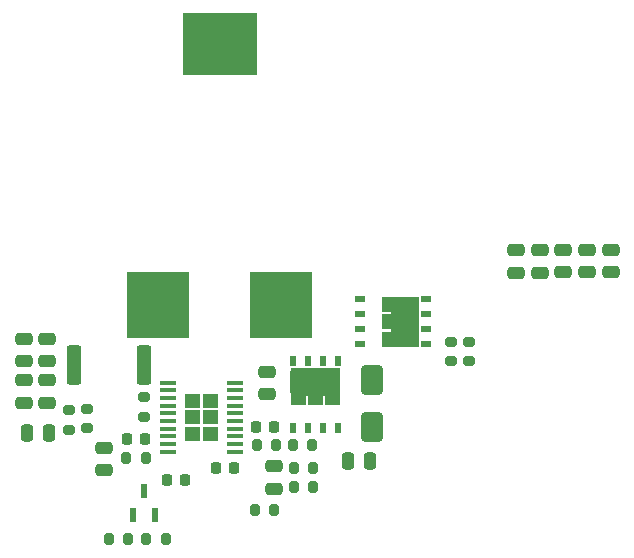
<source format=gbr>
%TF.GenerationSoftware,KiCad,Pcbnew,9.0.6*%
%TF.CreationDate,2026-02-11T18:38:51+01:00*%
%TF.ProjectId,Boost converter,426f6f73-7420-4636-9f6e-766572746572,B*%
%TF.SameCoordinates,Original*%
%TF.FileFunction,Paste,Top*%
%TF.FilePolarity,Positive*%
%FSLAX46Y46*%
G04 Gerber Fmt 4.6, Leading zero omitted, Abs format (unit mm)*
G04 Created by KiCad (PCBNEW 9.0.6) date 2026-02-11 18:38:51*
%MOMM*%
%LPD*%
G01*
G04 APERTURE LIST*
G04 Aperture macros list*
%AMRoundRect*
0 Rectangle with rounded corners*
0 $1 Rounding radius*
0 $2 $3 $4 $5 $6 $7 $8 $9 X,Y pos of 4 corners*
0 Add a 4 corners polygon primitive as box body*
4,1,4,$2,$3,$4,$5,$6,$7,$8,$9,$2,$3,0*
0 Add four circle primitives for the rounded corners*
1,1,$1+$1,$2,$3*
1,1,$1+$1,$4,$5*
1,1,$1+$1,$6,$7*
1,1,$1+$1,$8,$9*
0 Add four rect primitives between the rounded corners*
20,1,$1+$1,$2,$3,$4,$5,0*
20,1,$1+$1,$4,$5,$6,$7,0*
20,1,$1+$1,$6,$7,$8,$9,0*
20,1,$1+$1,$8,$9,$2,$3,0*%
G04 Aperture macros list end*
%ADD10C,0.000000*%
%ADD11R,0.860001X0.509999*%
%ADD12RoundRect,0.366000X-0.854000X-1.734717X0.854000X-1.734717X0.854000X1.734717X-0.854000X1.734717X0*%
%ADD13R,0.509999X0.860001*%
%ADD14RoundRect,0.366000X1.734717X-0.854000X1.734717X0.854000X-1.734717X0.854000X-1.734717X-0.854000X0*%
%ADD15RoundRect,0.200000X0.200000X0.275000X-0.200000X0.275000X-0.200000X-0.275000X0.200000X-0.275000X0*%
%ADD16R,0.558800X1.270000*%
%ADD17RoundRect,0.250000X0.475000X-0.250000X0.475000X0.250000X-0.475000X0.250000X-0.475000X-0.250000X0*%
%ADD18RoundRect,0.250000X-0.475000X0.250000X-0.475000X-0.250000X0.475000X-0.250000X0.475000X0.250000X0*%
%ADD19RoundRect,0.200000X-0.200000X-0.275000X0.200000X-0.275000X0.200000X0.275000X-0.200000X0.275000X0*%
%ADD20RoundRect,0.250000X-0.362500X-1.425000X0.362500X-1.425000X0.362500X1.425000X-0.362500X1.425000X0*%
%ADD21RoundRect,0.225000X-0.225000X-0.250000X0.225000X-0.250000X0.225000X0.250000X-0.225000X0.250000X0*%
%ADD22RoundRect,0.225000X0.225000X0.250000X-0.225000X0.250000X-0.225000X-0.250000X0.225000X-0.250000X0*%
%ADD23RoundRect,0.200000X-0.275000X0.200000X-0.275000X-0.200000X0.275000X-0.200000X0.275000X0.200000X0*%
%ADD24RoundRect,0.200000X0.275000X-0.200000X0.275000X0.200000X-0.275000X0.200000X-0.275000X-0.200000X0*%
%ADD25R,1.422400X0.355600*%
%ADD26RoundRect,0.250000X0.250000X0.475000X-0.250000X0.475000X-0.250000X-0.475000X0.250000X-0.475000X0*%
%ADD27RoundRect,0.250000X-0.650000X1.000000X-0.650000X-1.000000X0.650000X-1.000000X0.650000X1.000000X0*%
%ADD28RoundRect,0.250000X-0.250000X-0.475000X0.250000X-0.475000X0.250000X0.475000X-0.250000X0.475000X0*%
%ADD29R,5.334000X5.588000*%
%ADD30R,6.350000X5.283200*%
G04 APERTURE END LIST*
D10*
%TO.C,Q2*%
G36*
X183589109Y-134490976D02*
G01*
X183598639Y-134493866D01*
X183607422Y-134498563D01*
X183615121Y-134504880D01*
X183621438Y-134512578D01*
X183626132Y-134521359D01*
X183629023Y-134530889D01*
X183629998Y-134540800D01*
X183629998Y-135709200D01*
X183629023Y-135719111D01*
X183626132Y-135728642D01*
X183621438Y-135737422D01*
X183615121Y-135745121D01*
X183607422Y-135751438D01*
X183598639Y-135756135D01*
X183589109Y-135759025D01*
X183579198Y-135760000D01*
X182200798Y-135760000D01*
X182190890Y-135759025D01*
X182181360Y-135756135D01*
X182172576Y-135751438D01*
X182164878Y-135745121D01*
X182158561Y-135737422D01*
X182153867Y-135728642D01*
X182150976Y-135719111D01*
X182149998Y-135709200D01*
X182149998Y-134540800D01*
X182150976Y-134530889D01*
X182153867Y-134521359D01*
X182158561Y-134512578D01*
X182164878Y-134504880D01*
X182172576Y-134498563D01*
X182181360Y-134493866D01*
X182190890Y-134490976D01*
X182200798Y-134490000D01*
X183579198Y-134490000D01*
X183589109Y-134490976D01*
G37*
G36*
X183589109Y-135960975D02*
G01*
X183598639Y-135963866D01*
X183607422Y-135968562D01*
X183615121Y-135974879D01*
X183621438Y-135982578D01*
X183626132Y-135991359D01*
X183629023Y-136000889D01*
X183629998Y-136010800D01*
X183629998Y-137179200D01*
X183629023Y-137189111D01*
X183626132Y-137198641D01*
X183621438Y-137207422D01*
X183615121Y-137215121D01*
X183607422Y-137221438D01*
X183598639Y-137226134D01*
X183589109Y-137229025D01*
X183579198Y-137230000D01*
X182200798Y-137230000D01*
X182190890Y-137229025D01*
X182181360Y-137226134D01*
X182172576Y-137221438D01*
X182164878Y-137215121D01*
X182158561Y-137207422D01*
X182153867Y-137198641D01*
X182150976Y-137189111D01*
X182149998Y-137179200D01*
X182149998Y-136010800D01*
X182150976Y-136000889D01*
X182153867Y-135991359D01*
X182158561Y-135982578D01*
X182164878Y-135974879D01*
X182172576Y-135968562D01*
X182181360Y-135963866D01*
X182190890Y-135960975D01*
X182200798Y-135960000D01*
X183579198Y-135960000D01*
X183589109Y-135960975D01*
G37*
G36*
X183589109Y-137430975D02*
G01*
X183598639Y-137433865D01*
X183607422Y-137438562D01*
X183615121Y-137444879D01*
X183621438Y-137452578D01*
X183626132Y-137461358D01*
X183629023Y-137470889D01*
X183629998Y-137480800D01*
X183629998Y-138649200D01*
X183629023Y-138659111D01*
X183626132Y-138668641D01*
X183621438Y-138677422D01*
X183615121Y-138685120D01*
X183607422Y-138691437D01*
X183598639Y-138696134D01*
X183589109Y-138699024D01*
X183579198Y-138700000D01*
X182200798Y-138700000D01*
X182190890Y-138699024D01*
X182181360Y-138696134D01*
X182172576Y-138691437D01*
X182164878Y-138685120D01*
X182158561Y-138677422D01*
X182153867Y-138668641D01*
X182150976Y-138659111D01*
X182149998Y-138649200D01*
X182149998Y-137480800D01*
X182150976Y-137470889D01*
X182153867Y-137461358D01*
X182158561Y-137452578D01*
X182164878Y-137444879D01*
X182172576Y-137438562D01*
X182181360Y-137433865D01*
X182190890Y-137430975D01*
X182200798Y-137430000D01*
X183579198Y-137430000D01*
X183589109Y-137430975D01*
G37*
G36*
X185269108Y-134490976D02*
G01*
X185278638Y-134493866D01*
X185287422Y-134498563D01*
X185295120Y-134504880D01*
X185301437Y-134512578D01*
X185306131Y-134521359D01*
X185309022Y-134530889D01*
X185310000Y-134540800D01*
X185310000Y-135709200D01*
X185309022Y-135719111D01*
X185306131Y-135728642D01*
X185301437Y-135737422D01*
X185295120Y-135745121D01*
X185287422Y-135751438D01*
X185278638Y-135756135D01*
X185269108Y-135759025D01*
X185259200Y-135760000D01*
X183880800Y-135760000D01*
X183870889Y-135759025D01*
X183861359Y-135756135D01*
X183852576Y-135751438D01*
X183844877Y-135745121D01*
X183838560Y-135737422D01*
X183833866Y-135728642D01*
X183830975Y-135719111D01*
X183830000Y-135709200D01*
X183830000Y-134540800D01*
X183830975Y-134530889D01*
X183833866Y-134521359D01*
X183838560Y-134512578D01*
X183844877Y-134504880D01*
X183852576Y-134498563D01*
X183861359Y-134493866D01*
X183870889Y-134490976D01*
X183880800Y-134490000D01*
X185259200Y-134490000D01*
X185269108Y-134490976D01*
G37*
G36*
X185269108Y-135960975D02*
G01*
X185278638Y-135963866D01*
X185287422Y-135968562D01*
X185295120Y-135974879D01*
X185301437Y-135982578D01*
X185306131Y-135991359D01*
X185309022Y-136000889D01*
X185310000Y-136010800D01*
X185310000Y-137179200D01*
X185309022Y-137189111D01*
X185306131Y-137198641D01*
X185301437Y-137207422D01*
X185295120Y-137215121D01*
X185287422Y-137221438D01*
X185278638Y-137226134D01*
X185269108Y-137229025D01*
X185259200Y-137230000D01*
X183880800Y-137230000D01*
X183870889Y-137229025D01*
X183861359Y-137226134D01*
X183852576Y-137221438D01*
X183844877Y-137215121D01*
X183838560Y-137207422D01*
X183833866Y-137198641D01*
X183830975Y-137189111D01*
X183830000Y-137179200D01*
X183830000Y-136010800D01*
X183830975Y-136000889D01*
X183833866Y-135991359D01*
X183838560Y-135982578D01*
X183844877Y-135974879D01*
X183852576Y-135968562D01*
X183861359Y-135963866D01*
X183870889Y-135960975D01*
X183880800Y-135960000D01*
X185259200Y-135960000D01*
X185269108Y-135960975D01*
G37*
G36*
X185269108Y-137430975D02*
G01*
X185278638Y-137433865D01*
X185287422Y-137438562D01*
X185295120Y-137444879D01*
X185301437Y-137452578D01*
X185306131Y-137461358D01*
X185309022Y-137470889D01*
X185310000Y-137480800D01*
X185310000Y-138649200D01*
X185309022Y-138659111D01*
X185306131Y-138668641D01*
X185301437Y-138677422D01*
X185295120Y-138685120D01*
X185287422Y-138691437D01*
X185278638Y-138696134D01*
X185269108Y-138699024D01*
X185259200Y-138700000D01*
X183880800Y-138700000D01*
X183870889Y-138699024D01*
X183861359Y-138696134D01*
X183852576Y-138691437D01*
X183844877Y-138685120D01*
X183838560Y-138677422D01*
X183833866Y-138668641D01*
X183830975Y-138659111D01*
X183830000Y-138649200D01*
X183830000Y-137480800D01*
X183830975Y-137470889D01*
X183833866Y-137461358D01*
X183838560Y-137452578D01*
X183844877Y-137444879D01*
X183852576Y-137438562D01*
X183861359Y-137433865D01*
X183870889Y-137430975D01*
X183880800Y-137430000D01*
X185259200Y-137430000D01*
X185269108Y-137430975D01*
G37*
%TO.C,Q1*%
G36*
X175624111Y-142190976D02*
G01*
X175633642Y-142193867D01*
X175642422Y-142198561D01*
X175650121Y-142204878D01*
X175656438Y-142212577D01*
X175661135Y-142221360D01*
X175664025Y-142230890D01*
X175665000Y-142240801D01*
X175665000Y-143619201D01*
X175664025Y-143629109D01*
X175661135Y-143638639D01*
X175656438Y-143647423D01*
X175650121Y-143655121D01*
X175642422Y-143661438D01*
X175633642Y-143666132D01*
X175624111Y-143669023D01*
X175614200Y-143670001D01*
X174445800Y-143670001D01*
X174435889Y-143669023D01*
X174426359Y-143666132D01*
X174417578Y-143661438D01*
X174409880Y-143655121D01*
X174403563Y-143647423D01*
X174398866Y-143638639D01*
X174395976Y-143629109D01*
X174395000Y-143619201D01*
X174395000Y-142240801D01*
X174395976Y-142230890D01*
X174398866Y-142221360D01*
X174403563Y-142212577D01*
X174409880Y-142204878D01*
X174417578Y-142198561D01*
X174426359Y-142193867D01*
X174435889Y-142190976D01*
X174445800Y-142190001D01*
X175614200Y-142190001D01*
X175624111Y-142190976D01*
G37*
G36*
X177094111Y-142190976D02*
G01*
X177103641Y-142193867D01*
X177112422Y-142198561D01*
X177120121Y-142204878D01*
X177126438Y-142212577D01*
X177131134Y-142221360D01*
X177134025Y-142230890D01*
X177135000Y-142240801D01*
X177135000Y-143619201D01*
X177134025Y-143629109D01*
X177131134Y-143638639D01*
X177126438Y-143647423D01*
X177120121Y-143655121D01*
X177112422Y-143661438D01*
X177103641Y-143666132D01*
X177094111Y-143669023D01*
X177084200Y-143670001D01*
X175915800Y-143670001D01*
X175905889Y-143669023D01*
X175896359Y-143666132D01*
X175887578Y-143661438D01*
X175879879Y-143655121D01*
X175873562Y-143647423D01*
X175868866Y-143638639D01*
X175865975Y-143629109D01*
X175865000Y-143619201D01*
X175865000Y-142240801D01*
X175865975Y-142230890D01*
X175868866Y-142221360D01*
X175873562Y-142212577D01*
X175879879Y-142204878D01*
X175887578Y-142198561D01*
X175896359Y-142193867D01*
X175905889Y-142190976D01*
X175915800Y-142190001D01*
X177084200Y-142190001D01*
X177094111Y-142190976D01*
G37*
G36*
X178564111Y-142190976D02*
G01*
X178573641Y-142193867D01*
X178582422Y-142198561D01*
X178590120Y-142204878D01*
X178596437Y-142212577D01*
X178601134Y-142221360D01*
X178604024Y-142230890D01*
X178605000Y-142240801D01*
X178605000Y-143619201D01*
X178604024Y-143629109D01*
X178601134Y-143638639D01*
X178596437Y-143647423D01*
X178590120Y-143655121D01*
X178582422Y-143661438D01*
X178573641Y-143666132D01*
X178564111Y-143669023D01*
X178554200Y-143670001D01*
X177385800Y-143670001D01*
X177375889Y-143669023D01*
X177366358Y-143666132D01*
X177357578Y-143661438D01*
X177349879Y-143655121D01*
X177343562Y-143647423D01*
X177338865Y-143638639D01*
X177335975Y-143629109D01*
X177335000Y-143619201D01*
X177335000Y-142240801D01*
X177335975Y-142230890D01*
X177338865Y-142221360D01*
X177343562Y-142212577D01*
X177349879Y-142204878D01*
X177357578Y-142198561D01*
X177366358Y-142193867D01*
X177375889Y-142190976D01*
X177385800Y-142190001D01*
X178554200Y-142190001D01*
X178564111Y-142190976D01*
G37*
G36*
X175624111Y-140510977D02*
G01*
X175633642Y-140513868D01*
X175642422Y-140518562D01*
X175650121Y-140524879D01*
X175656438Y-140532577D01*
X175661135Y-140541361D01*
X175664025Y-140550891D01*
X175665000Y-140560799D01*
X175665000Y-141939199D01*
X175664025Y-141949110D01*
X175661135Y-141958640D01*
X175656438Y-141967423D01*
X175650121Y-141975122D01*
X175642422Y-141981439D01*
X175633642Y-141986133D01*
X175624111Y-141989024D01*
X175614200Y-141989999D01*
X174445800Y-141989999D01*
X174435889Y-141989024D01*
X174426359Y-141986133D01*
X174417578Y-141981439D01*
X174409880Y-141975122D01*
X174403563Y-141967423D01*
X174398866Y-141958640D01*
X174395976Y-141949110D01*
X174395000Y-141939199D01*
X174395000Y-140560799D01*
X174395976Y-140550891D01*
X174398866Y-140541361D01*
X174403563Y-140532577D01*
X174409880Y-140524879D01*
X174417578Y-140518562D01*
X174426359Y-140513868D01*
X174435889Y-140510977D01*
X174445800Y-140509999D01*
X175614200Y-140509999D01*
X175624111Y-140510977D01*
G37*
G36*
X177094111Y-140510977D02*
G01*
X177103641Y-140513868D01*
X177112422Y-140518562D01*
X177120121Y-140524879D01*
X177126438Y-140532577D01*
X177131134Y-140541361D01*
X177134025Y-140550891D01*
X177135000Y-140560799D01*
X177135000Y-141939199D01*
X177134025Y-141949110D01*
X177131134Y-141958640D01*
X177126438Y-141967423D01*
X177120121Y-141975122D01*
X177112422Y-141981439D01*
X177103641Y-141986133D01*
X177094111Y-141989024D01*
X177084200Y-141989999D01*
X175915800Y-141989999D01*
X175905889Y-141989024D01*
X175896359Y-141986133D01*
X175887578Y-141981439D01*
X175879879Y-141975122D01*
X175873562Y-141967423D01*
X175868866Y-141958640D01*
X175865975Y-141949110D01*
X175865000Y-141939199D01*
X175865000Y-140560799D01*
X175865975Y-140550891D01*
X175868866Y-140541361D01*
X175873562Y-140532577D01*
X175879879Y-140524879D01*
X175887578Y-140518562D01*
X175896359Y-140513868D01*
X175905889Y-140510977D01*
X175915800Y-140509999D01*
X177084200Y-140509999D01*
X177094111Y-140510977D01*
G37*
G36*
X178564111Y-140510977D02*
G01*
X178573641Y-140513868D01*
X178582422Y-140518562D01*
X178590120Y-140524879D01*
X178596437Y-140532577D01*
X178601134Y-140541361D01*
X178604024Y-140550891D01*
X178605000Y-140560799D01*
X178605000Y-141939199D01*
X178604024Y-141949110D01*
X178601134Y-141958640D01*
X178596437Y-141967423D01*
X178590120Y-141975122D01*
X178582422Y-141981439D01*
X178573641Y-141986133D01*
X178564111Y-141989024D01*
X178554200Y-141989999D01*
X177385800Y-141989999D01*
X177375889Y-141989024D01*
X177366358Y-141986133D01*
X177357578Y-141981439D01*
X177349879Y-141975122D01*
X177343562Y-141967423D01*
X177338865Y-141958640D01*
X177335975Y-141949110D01*
X177335000Y-141939199D01*
X177335000Y-140560799D01*
X177335975Y-140550891D01*
X177338865Y-140541361D01*
X177343562Y-140532577D01*
X177349879Y-140524879D01*
X177357578Y-140518562D01*
X177366358Y-140513868D01*
X177375889Y-140510977D01*
X177385800Y-140509999D01*
X178554200Y-140509999D01*
X178564111Y-140510977D01*
G37*
%TO.C,U1*%
G36*
X166744800Y-143876500D02*
G01*
X165446200Y-143876500D01*
X165446200Y-142679500D01*
X166744800Y-142679500D01*
X166744800Y-143876500D01*
G37*
G36*
X166744800Y-145273500D02*
G01*
X165446200Y-145273500D01*
X165446200Y-144076500D01*
X166744800Y-144076500D01*
X166744800Y-145273500D01*
G37*
G36*
X166744800Y-146670500D02*
G01*
X165446200Y-146670500D01*
X165446200Y-145473500D01*
X166744800Y-145473500D01*
X166744800Y-146670500D01*
G37*
G36*
X168243400Y-143876500D02*
G01*
X166944800Y-143876500D01*
X166944800Y-142679500D01*
X168243400Y-142679500D01*
X168243400Y-143876500D01*
G37*
G36*
X168243400Y-145273500D02*
G01*
X166944800Y-145273500D01*
X166944800Y-144076500D01*
X168243400Y-144076500D01*
X168243400Y-145273500D01*
G37*
G36*
X168243400Y-146670500D02*
G01*
X166944800Y-146670500D01*
X166944800Y-145473500D01*
X168243400Y-145473500D01*
X168243400Y-146670500D01*
G37*
%TD*%
D11*
%TO.C,Q2*%
X180250000Y-134690000D03*
X180250000Y-135960000D03*
X180250000Y-137230000D03*
X180250000Y-138500000D03*
X185889998Y-138500000D03*
X185889998Y-137230000D03*
X185889998Y-135960000D03*
D12*
X184089999Y-136590720D03*
D11*
X185889998Y-134690000D03*
%TD*%
D13*
%TO.C,Q1*%
X174595000Y-145569999D03*
X175865000Y-145569999D03*
X177135000Y-145569999D03*
X178405000Y-145569999D03*
X178405000Y-139930001D03*
X177135000Y-139930001D03*
X175865000Y-139930001D03*
D14*
X176495720Y-141730000D03*
D13*
X174595000Y-139930001D03*
%TD*%
D15*
%TO.C,R6*%
X163825000Y-155000000D03*
X162175000Y-155000000D03*
%TD*%
%TO.C,R3*%
X160650000Y-155000000D03*
X159000000Y-155000000D03*
%TD*%
D16*
%TO.C,MOSFET1*%
X161047500Y-153000000D03*
X162952500Y-153000000D03*
X162000000Y-150917200D03*
%TD*%
D15*
%TO.C,R14*%
X176325000Y-150600000D03*
X174675000Y-150600000D03*
%TD*%
D17*
%TO.C,C18*%
X197500000Y-132400000D03*
X197500000Y-130500000D03*
%TD*%
D18*
%TO.C,C16*%
X153800000Y-141550000D03*
X153800000Y-143450000D03*
%TD*%
D19*
%TO.C,R13*%
X174675000Y-149000000D03*
X176325000Y-149000000D03*
%TD*%
D20*
%TO.C,R5*%
X156037500Y-140250000D03*
X161962500Y-140250000D03*
%TD*%
D17*
%TO.C,C15*%
X153800000Y-139950000D03*
X153800000Y-138050000D03*
%TD*%
D19*
%TO.C,R11*%
X171375000Y-152500000D03*
X173025000Y-152500000D03*
%TD*%
D21*
%TO.C,C3*%
X160525000Y-146500000D03*
X162075000Y-146500000D03*
%TD*%
D22*
%TO.C,C1*%
X165500000Y-150000000D03*
X163950000Y-150000000D03*
%TD*%
D19*
%TO.C,R7*%
X160475000Y-148100000D03*
X162125000Y-148100000D03*
%TD*%
D18*
%TO.C,C4*%
X172400000Y-140850000D03*
X172400000Y-142750000D03*
%TD*%
D23*
%TO.C,R15*%
X187970000Y-138300000D03*
X187970000Y-139950000D03*
%TD*%
D17*
%TO.C,C19*%
X199500000Y-132400000D03*
X199500000Y-130500000D03*
%TD*%
%TO.C,C9*%
X195500000Y-132450000D03*
X195500000Y-130550000D03*
%TD*%
D19*
%TO.C,R8*%
X171550000Y-147000000D03*
X173200000Y-147000000D03*
%TD*%
%TO.C,R10*%
X174575000Y-147000000D03*
X176225000Y-147000000D03*
%TD*%
D24*
%TO.C,R2*%
X155600000Y-145725000D03*
X155600000Y-144075000D03*
%TD*%
D23*
%TO.C,R4*%
X162000000Y-142975000D03*
X162000000Y-144625000D03*
%TD*%
D17*
%TO.C,C14*%
X151800000Y-139950000D03*
X151800000Y-138050000D03*
%TD*%
D21*
%TO.C,C5*%
X171475000Y-145500000D03*
X173025000Y-145500000D03*
%TD*%
D25*
%TO.C,U1*%
X164000000Y-141750000D03*
X164000000Y-142400001D03*
X164000000Y-143049999D03*
X164000000Y-143700001D03*
X164000000Y-144349999D03*
X164000000Y-144999998D03*
X164000000Y-145649999D03*
X164000000Y-146299998D03*
X164000000Y-146949999D03*
X164000000Y-147599998D03*
X169689600Y-147600000D03*
X169689600Y-146950002D03*
X169689600Y-146300001D03*
X169689600Y-145650002D03*
X169689600Y-145000001D03*
X169689600Y-144350002D03*
X169689600Y-143700001D03*
X169689600Y-143050002D03*
X169689600Y-142400001D03*
X169689600Y-141750002D03*
%TD*%
D18*
%TO.C,C13*%
X151800000Y-141550000D03*
X151800000Y-143450000D03*
%TD*%
D22*
%TO.C,C6*%
X169600000Y-149000000D03*
X168050000Y-149000000D03*
%TD*%
D17*
%TO.C,C2*%
X158600000Y-149150000D03*
X158600000Y-147250000D03*
%TD*%
D26*
%TO.C,C8*%
X181150000Y-148400000D03*
X179250000Y-148400000D03*
%TD*%
D23*
%TO.C,R12*%
X189500000Y-138300000D03*
X189500000Y-139950000D03*
%TD*%
D27*
%TO.C,D1*%
X181250000Y-141500000D03*
X181250000Y-145500000D03*
%TD*%
D28*
%TO.C,C17*%
X152050000Y-146000000D03*
X153950000Y-146000000D03*
%TD*%
D17*
%TO.C,C11*%
X193500000Y-132450000D03*
X193500000Y-130550000D03*
%TD*%
D23*
%TO.C,R1*%
X157200000Y-143975000D03*
X157200000Y-145625000D03*
%TD*%
D17*
%TO.C,C7*%
X173000000Y-150750000D03*
X173000000Y-148850000D03*
%TD*%
D29*
%TO.C,L1*%
X163184999Y-135161301D03*
X173614998Y-135161301D03*
D30*
X168400000Y-113086300D03*
%TD*%
D17*
%TO.C,C20*%
X201500000Y-132400000D03*
X201500000Y-130500000D03*
%TD*%
M02*

</source>
